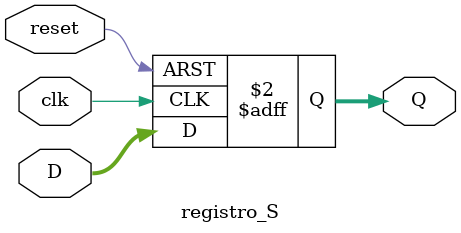
<source format=sv>
module registro_S #(parameter int N = 8) 

(  
    input logic clk, reset, 
	 
    input logic [N-1:0] D, 
	 
														 // Entrada de datos
    output logic [N-1:0] Q            // Salida de datos
);
    always_ff @(posedge clk or posedge reset) 
	 
	 begin
        
		  if (reset)
          
			 Q <= '0;     
			 
												// Si reset está en el flanco positivo, la salida se pone en 0
        else
		  
		  
            Q <= D;  											  // Si no, la salida toma el valor de D
    end
	 
endmodule
</source>
